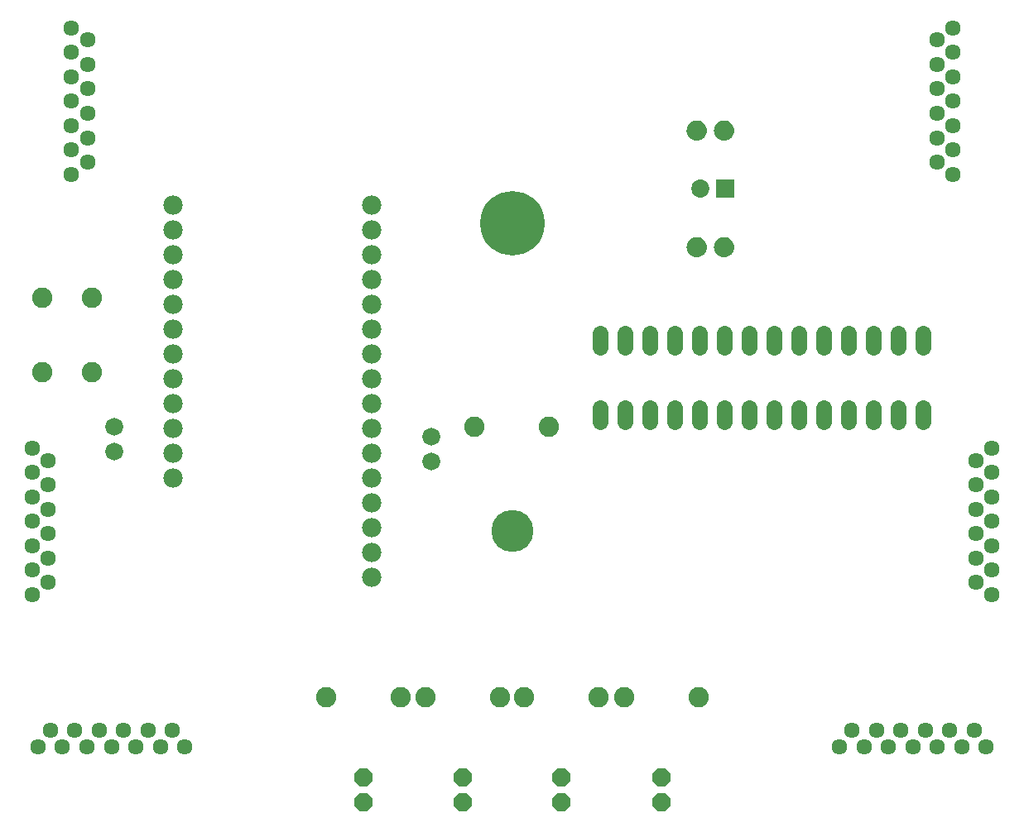
<source format=gbs>
G75*
%MOIN*%
%OFA0B0*%
%FSLAX25Y25*%
%IPPOS*%
%LPD*%
%AMOC8*
5,1,8,0,0,1.08239X$1,22.5*
%
%ADD10C,0.25997*%
%ADD11C,0.16942*%
%ADD12C,0.07800*%
%ADD13C,0.06350*%
%ADD14C,0.08200*%
%ADD15C,0.07200*%
%ADD16C,0.00500*%
%ADD17R,0.07300X0.07300*%
%ADD18C,0.07300*%
%ADD19OC8,0.07400*%
%ADD20C,0.06400*%
D10*
X0241757Y0256435D03*
D11*
X0241757Y0132419D03*
D12*
X0185301Y0133600D03*
X0185301Y0123600D03*
X0185301Y0113600D03*
X0185301Y0143600D03*
X0185301Y0153600D03*
X0185301Y0163600D03*
X0185301Y0173600D03*
X0185301Y0183600D03*
X0185301Y0193600D03*
X0185301Y0203600D03*
X0185301Y0213600D03*
X0185301Y0223600D03*
X0185301Y0233600D03*
X0185301Y0243600D03*
X0185301Y0253600D03*
X0185301Y0263600D03*
X0105301Y0263600D03*
X0105301Y0253600D03*
X0105301Y0243600D03*
X0105301Y0233600D03*
X0105301Y0223600D03*
X0105301Y0213600D03*
X0105301Y0203600D03*
X0105301Y0193600D03*
X0105301Y0183600D03*
X0105301Y0173600D03*
X0105301Y0163600D03*
X0105301Y0153600D03*
D13*
X0050852Y0045490D03*
X0055773Y0051986D03*
X0060694Y0045490D03*
X0065616Y0051986D03*
X0070537Y0045490D03*
X0075458Y0051986D03*
X0080380Y0045490D03*
X0085301Y0051986D03*
X0090222Y0045490D03*
X0095143Y0051986D03*
X0100065Y0045490D03*
X0104986Y0051986D03*
X0109907Y0045490D03*
X0048529Y0106789D03*
X0055025Y0111711D03*
X0048529Y0116632D03*
X0055025Y0121553D03*
X0048529Y0126475D03*
X0055025Y0131396D03*
X0048529Y0136317D03*
X0055025Y0141238D03*
X0048529Y0146160D03*
X0055025Y0151081D03*
X0048529Y0156002D03*
X0055025Y0160923D03*
X0048529Y0165845D03*
X0064277Y0276160D03*
X0070773Y0281081D03*
X0064277Y0286002D03*
X0070773Y0290923D03*
X0064277Y0295845D03*
X0070773Y0300766D03*
X0064277Y0305687D03*
X0070773Y0310608D03*
X0064277Y0315530D03*
X0070773Y0320451D03*
X0064277Y0325372D03*
X0070773Y0330293D03*
X0064277Y0335215D03*
X0412742Y0330293D03*
X0419238Y0335215D03*
X0419238Y0325372D03*
X0412742Y0320451D03*
X0419238Y0315530D03*
X0412742Y0310608D03*
X0419238Y0305687D03*
X0412742Y0300766D03*
X0419238Y0295845D03*
X0412742Y0290923D03*
X0419238Y0286002D03*
X0412742Y0281081D03*
X0419238Y0276160D03*
X0434986Y0165845D03*
X0428490Y0160923D03*
X0434986Y0156002D03*
X0428490Y0151081D03*
X0434986Y0146160D03*
X0428490Y0141238D03*
X0434986Y0136317D03*
X0428490Y0131396D03*
X0434986Y0126475D03*
X0428490Y0121553D03*
X0434986Y0116632D03*
X0428490Y0111711D03*
X0434986Y0106789D03*
X0427742Y0051986D03*
X0432663Y0045490D03*
X0422820Y0045490D03*
X0417899Y0051986D03*
X0412978Y0045490D03*
X0408057Y0051986D03*
X0403135Y0045490D03*
X0398214Y0051986D03*
X0393293Y0045490D03*
X0388372Y0051986D03*
X0383450Y0045490D03*
X0378529Y0051986D03*
X0373608Y0045490D03*
D14*
X0316797Y0065490D03*
X0286797Y0065490D03*
X0276639Y0065490D03*
X0246639Y0065490D03*
X0236876Y0065490D03*
X0206876Y0065490D03*
X0196718Y0065490D03*
X0166718Y0065490D03*
X0226600Y0174309D03*
X0256600Y0174309D03*
X0072600Y0196309D03*
X0052600Y0196309D03*
X0052600Y0226309D03*
X0072600Y0226309D03*
D15*
X0081600Y0174309D03*
X0081600Y0164309D03*
X0209200Y0160509D03*
X0209200Y0170509D03*
D16*
X0312973Y0244686D02*
X0312622Y0245323D01*
X0312401Y0246016D01*
X0312320Y0246739D01*
X0312370Y0247399D01*
X0312534Y0248040D01*
X0312806Y0248643D01*
X0313179Y0249189D01*
X0313641Y0249662D01*
X0314179Y0250048D01*
X0314775Y0250335D01*
X0315412Y0250514D01*
X0316070Y0250579D01*
X0316728Y0250512D01*
X0317365Y0250331D01*
X0317960Y0250043D01*
X0318497Y0249656D01*
X0318958Y0249181D01*
X0319329Y0248634D01*
X0319600Y0248030D01*
X0319762Y0247389D01*
X0319810Y0246729D01*
X0319732Y0246010D01*
X0319514Y0245320D01*
X0319166Y0244685D01*
X0318701Y0244131D01*
X0318137Y0243678D01*
X0317495Y0243344D01*
X0316801Y0243142D01*
X0316080Y0243079D01*
X0315355Y0243140D01*
X0314656Y0243342D01*
X0314010Y0243677D01*
X0313442Y0244130D01*
X0312973Y0244686D01*
X0313028Y0244621D02*
X0319113Y0244621D01*
X0319405Y0245120D02*
X0312734Y0245120D01*
X0312528Y0245618D02*
X0319608Y0245618D01*
X0319743Y0246117D02*
X0312390Y0246117D01*
X0312334Y0246615D02*
X0319798Y0246615D01*
X0319782Y0247114D02*
X0312349Y0247114D01*
X0312425Y0247612D02*
X0319706Y0247612D01*
X0319564Y0248111D02*
X0312566Y0248111D01*
X0312791Y0248609D02*
X0319340Y0248609D01*
X0319007Y0249108D02*
X0313124Y0249108D01*
X0313587Y0249606D02*
X0318545Y0249606D01*
X0317833Y0250105D02*
X0314297Y0250105D01*
X0323445Y0247612D02*
X0330726Y0247612D01*
X0330782Y0247389D02*
X0330830Y0246729D01*
X0330752Y0246010D01*
X0330534Y0245320D01*
X0330186Y0244685D01*
X0329721Y0244131D01*
X0329157Y0243678D01*
X0328515Y0243344D01*
X0327821Y0243142D01*
X0327100Y0243079D01*
X0326375Y0243140D01*
X0325677Y0243342D01*
X0325031Y0243677D01*
X0324462Y0244130D01*
X0323993Y0244686D01*
X0323642Y0245323D01*
X0323422Y0246016D01*
X0323341Y0246739D01*
X0323390Y0247399D01*
X0323554Y0248040D01*
X0323826Y0248643D01*
X0324199Y0249189D01*
X0324661Y0249662D01*
X0325199Y0250048D01*
X0325795Y0250335D01*
X0326432Y0250514D01*
X0327090Y0250579D01*
X0327748Y0250512D01*
X0328385Y0250331D01*
X0328980Y0250043D01*
X0329517Y0249656D01*
X0329978Y0249181D01*
X0330349Y0248634D01*
X0330620Y0248030D01*
X0330782Y0247389D01*
X0330802Y0247114D02*
X0323369Y0247114D01*
X0323354Y0246615D02*
X0330818Y0246615D01*
X0330763Y0246117D02*
X0323410Y0246117D01*
X0323548Y0245618D02*
X0330628Y0245618D01*
X0330425Y0245120D02*
X0323754Y0245120D01*
X0324048Y0244621D02*
X0330133Y0244621D01*
X0329711Y0244123D02*
X0324472Y0244123D01*
X0325131Y0243624D02*
X0329054Y0243624D01*
X0327638Y0243126D02*
X0326547Y0243126D01*
X0323586Y0248111D02*
X0330584Y0248111D01*
X0330360Y0248609D02*
X0323811Y0248609D01*
X0324144Y0249108D02*
X0330028Y0249108D01*
X0329565Y0249606D02*
X0324607Y0249606D01*
X0325317Y0250105D02*
X0328853Y0250105D01*
X0318691Y0244123D02*
X0313452Y0244123D01*
X0314111Y0243624D02*
X0318034Y0243624D01*
X0316618Y0243126D02*
X0315527Y0243126D01*
X0316080Y0290079D02*
X0316801Y0290142D01*
X0317495Y0290344D01*
X0318137Y0290678D01*
X0318701Y0291131D01*
X0319166Y0291685D01*
X0319514Y0292320D01*
X0319732Y0293010D01*
X0319810Y0293729D01*
X0319762Y0294389D01*
X0319600Y0295030D01*
X0319329Y0295634D01*
X0318958Y0296181D01*
X0318497Y0296656D01*
X0317960Y0297043D01*
X0317365Y0297331D01*
X0316728Y0297512D01*
X0316070Y0297579D01*
X0315412Y0297514D01*
X0314775Y0297335D01*
X0314179Y0297048D01*
X0313641Y0296662D01*
X0313179Y0296189D01*
X0312806Y0295643D01*
X0312534Y0295040D01*
X0312370Y0294399D01*
X0312320Y0293739D01*
X0312401Y0293016D01*
X0312622Y0292323D01*
X0312973Y0291686D01*
X0313442Y0291130D01*
X0314010Y0290677D01*
X0314656Y0290342D01*
X0315355Y0290140D01*
X0316080Y0290079D01*
X0317765Y0290484D02*
X0314382Y0290484D01*
X0313627Y0290983D02*
X0318517Y0290983D01*
X0318995Y0291481D02*
X0313146Y0291481D01*
X0312811Y0291980D02*
X0319328Y0291980D01*
X0319564Y0292478D02*
X0312572Y0292478D01*
X0312414Y0292977D02*
X0319721Y0292977D01*
X0319783Y0293475D02*
X0312350Y0293475D01*
X0312338Y0293974D02*
X0319792Y0293974D01*
X0319741Y0294473D02*
X0312389Y0294473D01*
X0312516Y0294971D02*
X0319615Y0294971D01*
X0319403Y0295470D02*
X0312728Y0295470D01*
X0313028Y0295968D02*
X0319102Y0295968D01*
X0318681Y0296467D02*
X0313450Y0296467D01*
X0314063Y0296965D02*
X0318069Y0296965D01*
X0316899Y0297464D02*
X0315233Y0297464D01*
X0323554Y0295040D02*
X0323826Y0295643D01*
X0324199Y0296189D01*
X0324661Y0296662D01*
X0325199Y0297048D01*
X0325795Y0297335D01*
X0326432Y0297514D01*
X0327090Y0297579D01*
X0327748Y0297512D01*
X0328385Y0297331D01*
X0328980Y0297043D01*
X0329517Y0296656D01*
X0329978Y0296181D01*
X0330349Y0295634D01*
X0330620Y0295030D01*
X0330782Y0294389D01*
X0330830Y0293729D01*
X0330752Y0293010D01*
X0330534Y0292320D01*
X0330186Y0291685D01*
X0329721Y0291131D01*
X0329157Y0290678D01*
X0328515Y0290344D01*
X0327821Y0290142D01*
X0327100Y0290079D01*
X0326375Y0290140D01*
X0325677Y0290342D01*
X0325031Y0290677D01*
X0324462Y0291130D01*
X0323993Y0291686D01*
X0323642Y0292323D01*
X0323422Y0293016D01*
X0323341Y0293739D01*
X0323390Y0294399D01*
X0323554Y0295040D01*
X0323536Y0294971D02*
X0330635Y0294971D01*
X0330761Y0294473D02*
X0323409Y0294473D01*
X0323358Y0293974D02*
X0330812Y0293974D01*
X0330803Y0293475D02*
X0323370Y0293475D01*
X0323434Y0292977D02*
X0330741Y0292977D01*
X0330584Y0292478D02*
X0323593Y0292478D01*
X0323831Y0291980D02*
X0330348Y0291980D01*
X0330015Y0291481D02*
X0324166Y0291481D01*
X0324647Y0290983D02*
X0329537Y0290983D01*
X0328785Y0290484D02*
X0325402Y0290484D01*
X0323748Y0295470D02*
X0330423Y0295470D01*
X0330123Y0295968D02*
X0324048Y0295968D01*
X0324470Y0296467D02*
X0329701Y0296467D01*
X0329089Y0296965D02*
X0325083Y0296965D01*
X0326253Y0297464D02*
X0327919Y0297464D01*
D17*
X0327421Y0270309D03*
D18*
X0317579Y0270309D03*
D19*
X0301797Y0033089D03*
X0301797Y0023089D03*
X0261639Y0023089D03*
X0261639Y0033089D03*
X0221876Y0033089D03*
X0221876Y0023089D03*
X0181718Y0023089D03*
X0181718Y0033089D03*
D20*
X0277151Y0176509D02*
X0277151Y0182109D01*
X0287151Y0182109D02*
X0287151Y0176509D01*
X0297151Y0176509D02*
X0297151Y0182109D01*
X0307151Y0182109D02*
X0307151Y0176509D01*
X0317151Y0176509D02*
X0317151Y0182109D01*
X0327151Y0182109D02*
X0327151Y0176509D01*
X0337151Y0176509D02*
X0337151Y0182109D01*
X0347151Y0182109D02*
X0347151Y0176509D01*
X0357151Y0176509D02*
X0357151Y0182109D01*
X0367151Y0182109D02*
X0367151Y0176509D01*
X0377151Y0176509D02*
X0377151Y0182109D01*
X0387151Y0182109D02*
X0387151Y0176509D01*
X0397151Y0176509D02*
X0397151Y0182109D01*
X0407151Y0182109D02*
X0407151Y0176509D01*
X0407151Y0206509D02*
X0407151Y0212109D01*
X0397151Y0212109D02*
X0397151Y0206509D01*
X0387151Y0206509D02*
X0387151Y0212109D01*
X0377151Y0212109D02*
X0377151Y0206509D01*
X0367151Y0206509D02*
X0367151Y0212109D01*
X0357151Y0212109D02*
X0357151Y0206509D01*
X0347151Y0206509D02*
X0347151Y0212109D01*
X0337151Y0212109D02*
X0337151Y0206509D01*
X0327151Y0206509D02*
X0327151Y0212109D01*
X0317151Y0212109D02*
X0317151Y0206509D01*
X0307151Y0206509D02*
X0307151Y0212109D01*
X0297151Y0212109D02*
X0297151Y0206509D01*
X0287151Y0206509D02*
X0287151Y0212109D01*
X0277151Y0212109D02*
X0277151Y0206509D01*
M02*

</source>
